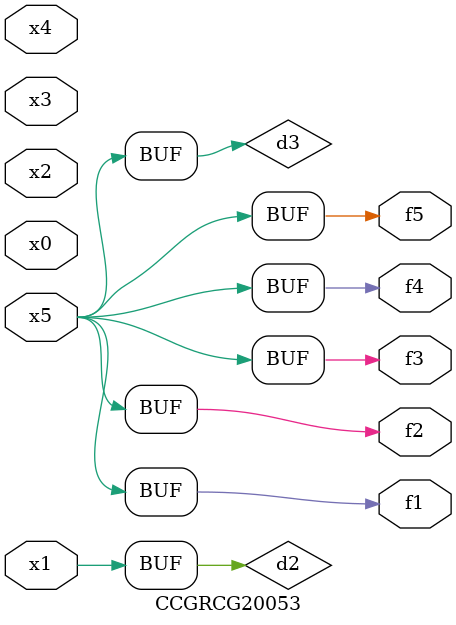
<source format=v>
module CCGRCG20053(
	input x0, x1, x2, x3, x4, x5,
	output f1, f2, f3, f4, f5
);

	wire d1, d2, d3;

	not (d1, x5);
	or (d2, x1);
	xnor (d3, d1);
	assign f1 = d3;
	assign f2 = d3;
	assign f3 = d3;
	assign f4 = d3;
	assign f5 = d3;
endmodule

</source>
